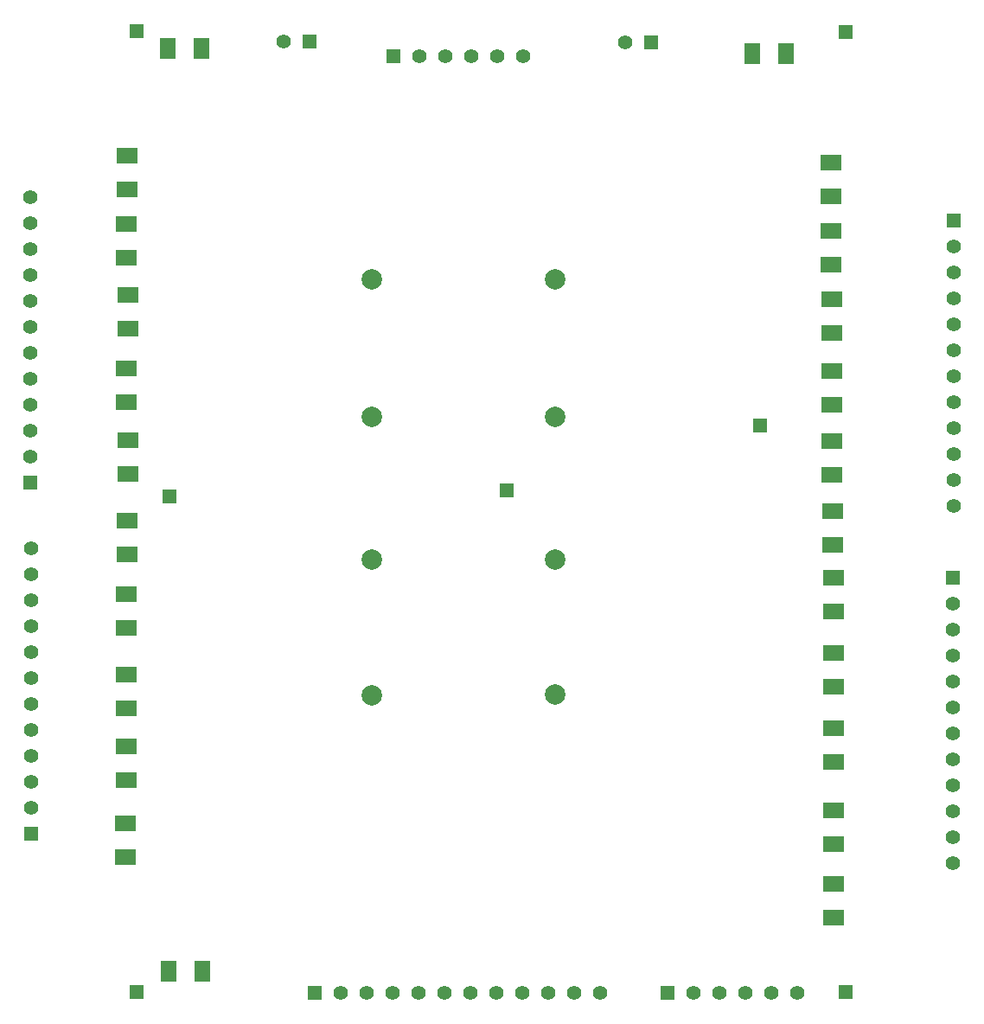
<source format=gbs>
G04 (created by PCBNEW (2013-07-07 BZR 4022)-stable) date 03/03/2017 11:17:35 AM*
%MOIN*%
G04 Gerber Fmt 3.4, Leading zero omitted, Abs format*
%FSLAX34Y34*%
G01*
G70*
G90*
G04 APERTURE LIST*
%ADD10C,0.00590551*%
%ADD11R,0.08X0.06*%
%ADD12R,0.06X0.08*%
%ADD13R,0.055X0.055*%
%ADD14C,0.055*%
%ADD15C,0.0787402*%
G04 APERTURE END LIST*
G54D10*
G54D11*
X64488Y-59508D03*
X64488Y-58208D03*
X64429Y-65236D03*
X64429Y-63936D03*
X64468Y-62264D03*
X64468Y-60964D03*
X64527Y-50453D03*
X64527Y-49153D03*
X64527Y-44882D03*
X64527Y-43582D03*
X64488Y-42146D03*
X64488Y-40846D03*
G54D12*
X66101Y-69625D03*
X67401Y-69625D03*
X66062Y-34074D03*
X67362Y-34074D03*
G54D11*
X64468Y-56398D03*
X64468Y-55098D03*
X64507Y-53583D03*
X64507Y-52283D03*
X91673Y-46515D03*
X91673Y-47815D03*
X91673Y-49192D03*
X91673Y-50492D03*
X91673Y-43739D03*
X91673Y-45039D03*
X91653Y-41101D03*
X91653Y-42401D03*
X91653Y-38483D03*
X91653Y-39783D03*
G54D12*
X89901Y-34251D03*
X88601Y-34251D03*
G54D11*
X91751Y-66259D03*
X91751Y-67559D03*
X64468Y-47716D03*
X64468Y-46416D03*
X91732Y-63444D03*
X91732Y-64744D03*
X91732Y-57381D03*
X91732Y-58681D03*
X91732Y-60275D03*
X91732Y-61575D03*
X91732Y-54468D03*
X91732Y-55768D03*
X91712Y-51889D03*
X91712Y-53189D03*
X64507Y-39488D03*
X64507Y-38188D03*
G54D13*
X85354Y-70452D03*
G54D14*
X86354Y-70452D03*
X87354Y-70452D03*
X88354Y-70452D03*
X89354Y-70452D03*
X90354Y-70452D03*
G54D13*
X74783Y-34370D03*
G54D14*
X75783Y-34370D03*
X76783Y-34370D03*
X77783Y-34370D03*
X78783Y-34370D03*
X79783Y-34370D03*
G54D13*
X96377Y-40700D03*
G54D14*
X96377Y-41700D03*
X96377Y-42700D03*
X96377Y-43700D03*
X96377Y-44700D03*
X96377Y-45700D03*
X96377Y-46700D03*
X96377Y-47700D03*
X96377Y-48700D03*
X96377Y-49700D03*
X96377Y-50700D03*
X96377Y-51700D03*
G54D13*
X60807Y-64338D03*
G54D14*
X60807Y-63338D03*
X60807Y-62338D03*
X60807Y-61338D03*
X60807Y-60338D03*
X60807Y-59338D03*
X60807Y-58338D03*
X60807Y-57338D03*
X60807Y-56338D03*
X60807Y-55338D03*
X60807Y-54338D03*
X60807Y-53338D03*
G54D13*
X60787Y-50795D03*
G54D14*
X60787Y-49795D03*
X60787Y-48795D03*
X60787Y-47795D03*
X60787Y-46795D03*
X60787Y-45795D03*
X60787Y-44795D03*
X60787Y-43795D03*
X60787Y-42795D03*
X60787Y-41795D03*
X60787Y-40795D03*
X60787Y-39795D03*
G54D13*
X71744Y-70452D03*
G54D14*
X72744Y-70452D03*
X73744Y-70452D03*
X74744Y-70452D03*
X75744Y-70452D03*
X76744Y-70452D03*
X77744Y-70452D03*
X78744Y-70452D03*
X79744Y-70452D03*
X80744Y-70452D03*
X81744Y-70452D03*
X82744Y-70452D03*
G54D13*
X96358Y-54460D03*
G54D14*
X96358Y-55460D03*
X96358Y-56460D03*
X96358Y-57460D03*
X96358Y-58460D03*
X96358Y-59460D03*
X96358Y-60460D03*
X96358Y-61460D03*
X96358Y-62460D03*
X96358Y-63460D03*
X96358Y-64460D03*
X96358Y-65460D03*
G54D15*
X73925Y-42980D03*
X81019Y-42972D03*
X73925Y-58984D03*
X81019Y-58976D03*
X73925Y-48275D03*
X81019Y-48267D03*
X73925Y-53767D03*
X81019Y-53759D03*
G54D13*
X84712Y-33818D03*
G54D14*
X83712Y-33818D03*
G54D13*
X71543Y-33799D03*
G54D14*
X70543Y-33799D03*
G54D13*
X64862Y-70433D03*
X92224Y-70433D03*
X64862Y-33405D03*
X92224Y-33425D03*
X79153Y-51102D03*
X66141Y-51318D03*
X88917Y-48602D03*
M02*

</source>
